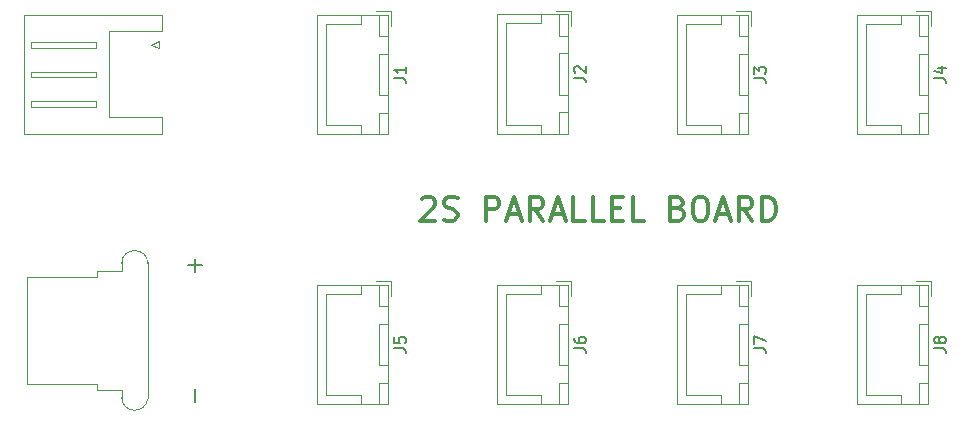
<source format=gbr>
%TF.GenerationSoftware,KiCad,Pcbnew,(5.1.9)-1*%
%TF.CreationDate,2021-07-19T11:38:20+01:00*%
%TF.ProjectId,2S-parallel-board,32532d70-6172-4616-9c6c-656c2d626f61,rev?*%
%TF.SameCoordinates,Original*%
%TF.FileFunction,Legend,Top*%
%TF.FilePolarity,Positive*%
%FSLAX46Y46*%
G04 Gerber Fmt 4.6, Leading zero omitted, Abs format (unit mm)*
G04 Created by KiCad (PCBNEW (5.1.9)-1) date 2021-07-19 11:38:20*
%MOMM*%
%LPD*%
G01*
G04 APERTURE LIST*
%ADD10C,0.300000*%
%ADD11C,0.120000*%
%ADD12C,0.150000*%
G04 APERTURE END LIST*
D10*
X110730000Y-112125238D02*
X110825238Y-112030000D01*
X111015714Y-111934761D01*
X111491904Y-111934761D01*
X111682380Y-112030000D01*
X111777619Y-112125238D01*
X111872857Y-112315714D01*
X111872857Y-112506190D01*
X111777619Y-112791904D01*
X110634761Y-113934761D01*
X111872857Y-113934761D01*
X112634761Y-113839523D02*
X112920476Y-113934761D01*
X113396666Y-113934761D01*
X113587142Y-113839523D01*
X113682380Y-113744285D01*
X113777619Y-113553809D01*
X113777619Y-113363333D01*
X113682380Y-113172857D01*
X113587142Y-113077619D01*
X113396666Y-112982380D01*
X113015714Y-112887142D01*
X112825238Y-112791904D01*
X112730000Y-112696666D01*
X112634761Y-112506190D01*
X112634761Y-112315714D01*
X112730000Y-112125238D01*
X112825238Y-112030000D01*
X113015714Y-111934761D01*
X113491904Y-111934761D01*
X113777619Y-112030000D01*
X116158571Y-113934761D02*
X116158571Y-111934761D01*
X116920476Y-111934761D01*
X117110952Y-112030000D01*
X117206190Y-112125238D01*
X117301428Y-112315714D01*
X117301428Y-112601428D01*
X117206190Y-112791904D01*
X117110952Y-112887142D01*
X116920476Y-112982380D01*
X116158571Y-112982380D01*
X118063333Y-113363333D02*
X119015714Y-113363333D01*
X117872857Y-113934761D02*
X118539523Y-111934761D01*
X119206190Y-113934761D01*
X121015714Y-113934761D02*
X120349047Y-112982380D01*
X119872857Y-113934761D02*
X119872857Y-111934761D01*
X120634761Y-111934761D01*
X120825238Y-112030000D01*
X120920476Y-112125238D01*
X121015714Y-112315714D01*
X121015714Y-112601428D01*
X120920476Y-112791904D01*
X120825238Y-112887142D01*
X120634761Y-112982380D01*
X119872857Y-112982380D01*
X121777619Y-113363333D02*
X122730000Y-113363333D01*
X121587142Y-113934761D02*
X122253809Y-111934761D01*
X122920476Y-113934761D01*
X124539523Y-113934761D02*
X123587142Y-113934761D01*
X123587142Y-111934761D01*
X126158571Y-113934761D02*
X125206190Y-113934761D01*
X125206190Y-111934761D01*
X126825238Y-112887142D02*
X127491904Y-112887142D01*
X127777619Y-113934761D02*
X126825238Y-113934761D01*
X126825238Y-111934761D01*
X127777619Y-111934761D01*
X129587142Y-113934761D02*
X128634761Y-113934761D01*
X128634761Y-111934761D01*
X132444285Y-112887142D02*
X132730000Y-112982380D01*
X132825238Y-113077619D01*
X132920476Y-113268095D01*
X132920476Y-113553809D01*
X132825238Y-113744285D01*
X132730000Y-113839523D01*
X132539523Y-113934761D01*
X131777619Y-113934761D01*
X131777619Y-111934761D01*
X132444285Y-111934761D01*
X132634761Y-112030000D01*
X132730000Y-112125238D01*
X132825238Y-112315714D01*
X132825238Y-112506190D01*
X132730000Y-112696666D01*
X132634761Y-112791904D01*
X132444285Y-112887142D01*
X131777619Y-112887142D01*
X134158571Y-111934761D02*
X134539523Y-111934761D01*
X134730000Y-112030000D01*
X134920476Y-112220476D01*
X135015714Y-112601428D01*
X135015714Y-113268095D01*
X134920476Y-113649047D01*
X134730000Y-113839523D01*
X134539523Y-113934761D01*
X134158571Y-113934761D01*
X133968095Y-113839523D01*
X133777619Y-113649047D01*
X133682380Y-113268095D01*
X133682380Y-112601428D01*
X133777619Y-112220476D01*
X133968095Y-112030000D01*
X134158571Y-111934761D01*
X135777619Y-113363333D02*
X136730000Y-113363333D01*
X135587142Y-113934761D02*
X136253809Y-111934761D01*
X136920476Y-113934761D01*
X138730000Y-113934761D02*
X138063333Y-112982380D01*
X137587142Y-113934761D02*
X137587142Y-111934761D01*
X138349047Y-111934761D01*
X138539523Y-112030000D01*
X138634761Y-112125238D01*
X138730000Y-112315714D01*
X138730000Y-112601428D01*
X138634761Y-112791904D01*
X138539523Y-112887142D01*
X138349047Y-112982380D01*
X137587142Y-112982380D01*
X139587142Y-113934761D02*
X139587142Y-111934761D01*
X140063333Y-111934761D01*
X140349047Y-112030000D01*
X140539523Y-112220476D01*
X140634761Y-112410952D01*
X140730000Y-112791904D01*
X140730000Y-113077619D01*
X140634761Y-113458571D01*
X140539523Y-113649047D01*
X140349047Y-113839523D01*
X140063333Y-113934761D01*
X139587142Y-113934761D01*
D11*
%TO.C,J9*%
X85330000Y-117580000D02*
G75*
G02*
X87550000Y-117580000I1110000J0D01*
G01*
X87536635Y-129051729D02*
G75*
G02*
X85330000Y-128880000I-1096635J171729D01*
G01*
X83280000Y-128290000D02*
X83280000Y-127760000D01*
X87550000Y-128990000D02*
X87550000Y-117470000D01*
X83280000Y-128290000D02*
X85330000Y-128290000D01*
X85330000Y-128990000D02*
X85330000Y-128290000D01*
X85330000Y-118170000D02*
X85330000Y-117470000D01*
X83280000Y-118170000D02*
X85330000Y-118170000D01*
X83280000Y-118700000D02*
X83280000Y-118170000D01*
X77280000Y-118700000D02*
X83280000Y-118700000D01*
X77280000Y-127760000D02*
X77280000Y-118730000D01*
X77280000Y-127760000D02*
X83280000Y-127760000D01*
%TO.C,J10*%
X88460000Y-99360000D02*
X87860000Y-99060000D01*
X88460000Y-98760000D02*
X88460000Y-99360000D01*
X87860000Y-99060000D02*
X88460000Y-98760000D01*
X83160000Y-104310000D02*
X83160000Y-103810000D01*
X77660000Y-104310000D02*
X83160000Y-104310000D01*
X77660000Y-103810000D02*
X77660000Y-104310000D01*
X83160000Y-103810000D02*
X77660000Y-103810000D01*
X83160000Y-101810000D02*
X83160000Y-101310000D01*
X77660000Y-101810000D02*
X83160000Y-101810000D01*
X77660000Y-101310000D02*
X77660000Y-101810000D01*
X83160000Y-101310000D02*
X77660000Y-101310000D01*
X83160000Y-99310000D02*
X83160000Y-98810000D01*
X77660000Y-99310000D02*
X83160000Y-99310000D01*
X77660000Y-98810000D02*
X77660000Y-99310000D01*
X83160000Y-98810000D02*
X77660000Y-98810000D01*
X84270000Y-105200000D02*
X84270000Y-101560000D01*
X88770000Y-105200000D02*
X84270000Y-105200000D01*
X88770000Y-106620000D02*
X88770000Y-105200000D01*
X77050000Y-106620000D02*
X88770000Y-106620000D01*
X77050000Y-101560000D02*
X77050000Y-106620000D01*
X84270000Y-97920000D02*
X84270000Y-101560000D01*
X88770000Y-97920000D02*
X84270000Y-97920000D01*
X88770000Y-96500000D02*
X88770000Y-97920000D01*
X77050000Y-96500000D02*
X88770000Y-96500000D01*
X77050000Y-101560000D02*
X77050000Y-96500000D01*
%TO.C,J8*%
X153880000Y-119070000D02*
X152630000Y-119070000D01*
X153880000Y-120320000D02*
X153880000Y-119070000D01*
X148380000Y-128720000D02*
X148380000Y-124420000D01*
X151330000Y-128720000D02*
X148380000Y-128720000D01*
X151330000Y-129470000D02*
X151330000Y-128720000D01*
X148380000Y-120120000D02*
X148380000Y-124420000D01*
X151330000Y-120120000D02*
X148380000Y-120120000D01*
X151330000Y-119370000D02*
X151330000Y-120120000D01*
X153580000Y-129470000D02*
X153580000Y-127670000D01*
X152830000Y-129470000D02*
X153580000Y-129470000D01*
X152830000Y-127670000D02*
X152830000Y-129470000D01*
X153580000Y-127670000D02*
X152830000Y-127670000D01*
X153580000Y-121170000D02*
X153580000Y-119370000D01*
X152830000Y-121170000D02*
X153580000Y-121170000D01*
X152830000Y-119370000D02*
X152830000Y-121170000D01*
X153580000Y-119370000D02*
X152830000Y-119370000D01*
X153580000Y-126170000D02*
X153580000Y-122670000D01*
X152830000Y-126170000D02*
X153580000Y-126170000D01*
X152830000Y-122670000D02*
X152830000Y-126170000D01*
X153580000Y-122670000D02*
X152830000Y-122670000D01*
X153590000Y-129480000D02*
X153590000Y-119360000D01*
X147620000Y-129480000D02*
X153590000Y-129480000D01*
X147620000Y-119360000D02*
X147620000Y-129480000D01*
X153590000Y-119360000D02*
X147620000Y-119360000D01*
%TO.C,J7*%
X138640000Y-119070000D02*
X137390000Y-119070000D01*
X138640000Y-120320000D02*
X138640000Y-119070000D01*
X133140000Y-128720000D02*
X133140000Y-124420000D01*
X136090000Y-128720000D02*
X133140000Y-128720000D01*
X136090000Y-129470000D02*
X136090000Y-128720000D01*
X133140000Y-120120000D02*
X133140000Y-124420000D01*
X136090000Y-120120000D02*
X133140000Y-120120000D01*
X136090000Y-119370000D02*
X136090000Y-120120000D01*
X138340000Y-129470000D02*
X138340000Y-127670000D01*
X137590000Y-129470000D02*
X138340000Y-129470000D01*
X137590000Y-127670000D02*
X137590000Y-129470000D01*
X138340000Y-127670000D02*
X137590000Y-127670000D01*
X138340000Y-121170000D02*
X138340000Y-119370000D01*
X137590000Y-121170000D02*
X138340000Y-121170000D01*
X137590000Y-119370000D02*
X137590000Y-121170000D01*
X138340000Y-119370000D02*
X137590000Y-119370000D01*
X138340000Y-126170000D02*
X138340000Y-122670000D01*
X137590000Y-126170000D02*
X138340000Y-126170000D01*
X137590000Y-122670000D02*
X137590000Y-126170000D01*
X138340000Y-122670000D02*
X137590000Y-122670000D01*
X138350000Y-129480000D02*
X138350000Y-119360000D01*
X132380000Y-129480000D02*
X138350000Y-129480000D01*
X132380000Y-119360000D02*
X132380000Y-129480000D01*
X138350000Y-119360000D02*
X132380000Y-119360000D01*
%TO.C,J6*%
X123400000Y-119070000D02*
X122150000Y-119070000D01*
X123400000Y-120320000D02*
X123400000Y-119070000D01*
X117900000Y-128720000D02*
X117900000Y-124420000D01*
X120850000Y-128720000D02*
X117900000Y-128720000D01*
X120850000Y-129470000D02*
X120850000Y-128720000D01*
X117900000Y-120120000D02*
X117900000Y-124420000D01*
X120850000Y-120120000D02*
X117900000Y-120120000D01*
X120850000Y-119370000D02*
X120850000Y-120120000D01*
X123100000Y-129470000D02*
X123100000Y-127670000D01*
X122350000Y-129470000D02*
X123100000Y-129470000D01*
X122350000Y-127670000D02*
X122350000Y-129470000D01*
X123100000Y-127670000D02*
X122350000Y-127670000D01*
X123100000Y-121170000D02*
X123100000Y-119370000D01*
X122350000Y-121170000D02*
X123100000Y-121170000D01*
X122350000Y-119370000D02*
X122350000Y-121170000D01*
X123100000Y-119370000D02*
X122350000Y-119370000D01*
X123100000Y-126170000D02*
X123100000Y-122670000D01*
X122350000Y-126170000D02*
X123100000Y-126170000D01*
X122350000Y-122670000D02*
X122350000Y-126170000D01*
X123100000Y-122670000D02*
X122350000Y-122670000D01*
X123110000Y-129480000D02*
X123110000Y-119360000D01*
X117140000Y-129480000D02*
X123110000Y-129480000D01*
X117140000Y-119360000D02*
X117140000Y-129480000D01*
X123110000Y-119360000D02*
X117140000Y-119360000D01*
%TO.C,J5*%
X108160000Y-119070000D02*
X106910000Y-119070000D01*
X108160000Y-120320000D02*
X108160000Y-119070000D01*
X102660000Y-128720000D02*
X102660000Y-124420000D01*
X105610000Y-128720000D02*
X102660000Y-128720000D01*
X105610000Y-129470000D02*
X105610000Y-128720000D01*
X102660000Y-120120000D02*
X102660000Y-124420000D01*
X105610000Y-120120000D02*
X102660000Y-120120000D01*
X105610000Y-119370000D02*
X105610000Y-120120000D01*
X107860000Y-129470000D02*
X107860000Y-127670000D01*
X107110000Y-129470000D02*
X107860000Y-129470000D01*
X107110000Y-127670000D02*
X107110000Y-129470000D01*
X107860000Y-127670000D02*
X107110000Y-127670000D01*
X107860000Y-121170000D02*
X107860000Y-119370000D01*
X107110000Y-121170000D02*
X107860000Y-121170000D01*
X107110000Y-119370000D02*
X107110000Y-121170000D01*
X107860000Y-119370000D02*
X107110000Y-119370000D01*
X107860000Y-126170000D02*
X107860000Y-122670000D01*
X107110000Y-126170000D02*
X107860000Y-126170000D01*
X107110000Y-122670000D02*
X107110000Y-126170000D01*
X107860000Y-122670000D02*
X107110000Y-122670000D01*
X107870000Y-129480000D02*
X107870000Y-119360000D01*
X101900000Y-129480000D02*
X107870000Y-129480000D01*
X101900000Y-119360000D02*
X101900000Y-129480000D01*
X107870000Y-119360000D02*
X101900000Y-119360000D01*
%TO.C,J4*%
X153880000Y-96210000D02*
X152630000Y-96210000D01*
X153880000Y-97460000D02*
X153880000Y-96210000D01*
X148380000Y-105860000D02*
X148380000Y-101560000D01*
X151330000Y-105860000D02*
X148380000Y-105860000D01*
X151330000Y-106610000D02*
X151330000Y-105860000D01*
X148380000Y-97260000D02*
X148380000Y-101560000D01*
X151330000Y-97260000D02*
X148380000Y-97260000D01*
X151330000Y-96510000D02*
X151330000Y-97260000D01*
X153580000Y-106610000D02*
X153580000Y-104810000D01*
X152830000Y-106610000D02*
X153580000Y-106610000D01*
X152830000Y-104810000D02*
X152830000Y-106610000D01*
X153580000Y-104810000D02*
X152830000Y-104810000D01*
X153580000Y-98310000D02*
X153580000Y-96510000D01*
X152830000Y-98310000D02*
X153580000Y-98310000D01*
X152830000Y-96510000D02*
X152830000Y-98310000D01*
X153580000Y-96510000D02*
X152830000Y-96510000D01*
X153580000Y-103310000D02*
X153580000Y-99810000D01*
X152830000Y-103310000D02*
X153580000Y-103310000D01*
X152830000Y-99810000D02*
X152830000Y-103310000D01*
X153580000Y-99810000D02*
X152830000Y-99810000D01*
X153590000Y-106620000D02*
X153590000Y-96500000D01*
X147620000Y-106620000D02*
X153590000Y-106620000D01*
X147620000Y-96500000D02*
X147620000Y-106620000D01*
X153590000Y-96500000D02*
X147620000Y-96500000D01*
%TO.C,J3*%
X138640000Y-96210000D02*
X137390000Y-96210000D01*
X138640000Y-97460000D02*
X138640000Y-96210000D01*
X133140000Y-105860000D02*
X133140000Y-101560000D01*
X136090000Y-105860000D02*
X133140000Y-105860000D01*
X136090000Y-106610000D02*
X136090000Y-105860000D01*
X133140000Y-97260000D02*
X133140000Y-101560000D01*
X136090000Y-97260000D02*
X133140000Y-97260000D01*
X136090000Y-96510000D02*
X136090000Y-97260000D01*
X138340000Y-106610000D02*
X138340000Y-104810000D01*
X137590000Y-106610000D02*
X138340000Y-106610000D01*
X137590000Y-104810000D02*
X137590000Y-106610000D01*
X138340000Y-104810000D02*
X137590000Y-104810000D01*
X138340000Y-98310000D02*
X138340000Y-96510000D01*
X137590000Y-98310000D02*
X138340000Y-98310000D01*
X137590000Y-96510000D02*
X137590000Y-98310000D01*
X138340000Y-96510000D02*
X137590000Y-96510000D01*
X138340000Y-103310000D02*
X138340000Y-99810000D01*
X137590000Y-103310000D02*
X138340000Y-103310000D01*
X137590000Y-99810000D02*
X137590000Y-103310000D01*
X138340000Y-99810000D02*
X137590000Y-99810000D01*
X138350000Y-106620000D02*
X138350000Y-96500000D01*
X132380000Y-106620000D02*
X138350000Y-106620000D01*
X132380000Y-96500000D02*
X132380000Y-106620000D01*
X138350000Y-96500000D02*
X132380000Y-96500000D01*
%TO.C,J2*%
X123400000Y-96170000D02*
X122150000Y-96170000D01*
X123400000Y-97420000D02*
X123400000Y-96170000D01*
X117900000Y-105820000D02*
X117900000Y-101520000D01*
X120850000Y-105820000D02*
X117900000Y-105820000D01*
X120850000Y-106570000D02*
X120850000Y-105820000D01*
X117900000Y-97220000D02*
X117900000Y-101520000D01*
X120850000Y-97220000D02*
X117900000Y-97220000D01*
X120850000Y-96470000D02*
X120850000Y-97220000D01*
X123100000Y-106570000D02*
X123100000Y-104770000D01*
X122350000Y-106570000D02*
X123100000Y-106570000D01*
X122350000Y-104770000D02*
X122350000Y-106570000D01*
X123100000Y-104770000D02*
X122350000Y-104770000D01*
X123100000Y-98270000D02*
X123100000Y-96470000D01*
X122350000Y-98270000D02*
X123100000Y-98270000D01*
X122350000Y-96470000D02*
X122350000Y-98270000D01*
X123100000Y-96470000D02*
X122350000Y-96470000D01*
X123100000Y-103270000D02*
X123100000Y-99770000D01*
X122350000Y-103270000D02*
X123100000Y-103270000D01*
X122350000Y-99770000D02*
X122350000Y-103270000D01*
X123100000Y-99770000D02*
X122350000Y-99770000D01*
X123110000Y-106580000D02*
X123110000Y-96460000D01*
X117140000Y-106580000D02*
X123110000Y-106580000D01*
X117140000Y-96460000D02*
X117140000Y-106580000D01*
X123110000Y-96460000D02*
X117140000Y-96460000D01*
%TO.C,J1*%
X108160000Y-96210000D02*
X106910000Y-96210000D01*
X108160000Y-97460000D02*
X108160000Y-96210000D01*
X102660000Y-105860000D02*
X102660000Y-101560000D01*
X105610000Y-105860000D02*
X102660000Y-105860000D01*
X105610000Y-106610000D02*
X105610000Y-105860000D01*
X102660000Y-97260000D02*
X102660000Y-101560000D01*
X105610000Y-97260000D02*
X102660000Y-97260000D01*
X105610000Y-96510000D02*
X105610000Y-97260000D01*
X107860000Y-106610000D02*
X107860000Y-104810000D01*
X107110000Y-106610000D02*
X107860000Y-106610000D01*
X107110000Y-104810000D02*
X107110000Y-106610000D01*
X107860000Y-104810000D02*
X107110000Y-104810000D01*
X107860000Y-98310000D02*
X107860000Y-96510000D01*
X107110000Y-98310000D02*
X107860000Y-98310000D01*
X107110000Y-96510000D02*
X107110000Y-98310000D01*
X107860000Y-96510000D02*
X107110000Y-96510000D01*
X107860000Y-103310000D02*
X107860000Y-99810000D01*
X107110000Y-103310000D02*
X107860000Y-103310000D01*
X107110000Y-99810000D02*
X107110000Y-103310000D01*
X107860000Y-99810000D02*
X107110000Y-99810000D01*
X107870000Y-106620000D02*
X107870000Y-96500000D01*
X101900000Y-106620000D02*
X107870000Y-106620000D01*
X101900000Y-96500000D02*
X101900000Y-106620000D01*
X107870000Y-96500000D02*
X101900000Y-96500000D01*
%TO.C,J9*%
D12*
X91547142Y-129301428D02*
X91547142Y-128158571D01*
X91547142Y-118301428D02*
X91547142Y-117158571D01*
X92118571Y-117730000D02*
X90975714Y-117730000D01*
%TO.C,J8*%
X154132380Y-124753333D02*
X154846666Y-124753333D01*
X154989523Y-124800952D01*
X155084761Y-124896190D01*
X155132380Y-125039047D01*
X155132380Y-125134285D01*
X154560952Y-124134285D02*
X154513333Y-124229523D01*
X154465714Y-124277142D01*
X154370476Y-124324761D01*
X154322857Y-124324761D01*
X154227619Y-124277142D01*
X154180000Y-124229523D01*
X154132380Y-124134285D01*
X154132380Y-123943809D01*
X154180000Y-123848571D01*
X154227619Y-123800952D01*
X154322857Y-123753333D01*
X154370476Y-123753333D01*
X154465714Y-123800952D01*
X154513333Y-123848571D01*
X154560952Y-123943809D01*
X154560952Y-124134285D01*
X154608571Y-124229523D01*
X154656190Y-124277142D01*
X154751428Y-124324761D01*
X154941904Y-124324761D01*
X155037142Y-124277142D01*
X155084761Y-124229523D01*
X155132380Y-124134285D01*
X155132380Y-123943809D01*
X155084761Y-123848571D01*
X155037142Y-123800952D01*
X154941904Y-123753333D01*
X154751428Y-123753333D01*
X154656190Y-123800952D01*
X154608571Y-123848571D01*
X154560952Y-123943809D01*
%TO.C,J7*%
X138892380Y-124753333D02*
X139606666Y-124753333D01*
X139749523Y-124800952D01*
X139844761Y-124896190D01*
X139892380Y-125039047D01*
X139892380Y-125134285D01*
X138892380Y-124372380D02*
X138892380Y-123705714D01*
X139892380Y-124134285D01*
%TO.C,J6*%
X123652380Y-124753333D02*
X124366666Y-124753333D01*
X124509523Y-124800952D01*
X124604761Y-124896190D01*
X124652380Y-125039047D01*
X124652380Y-125134285D01*
X123652380Y-123848571D02*
X123652380Y-124039047D01*
X123700000Y-124134285D01*
X123747619Y-124181904D01*
X123890476Y-124277142D01*
X124080952Y-124324761D01*
X124461904Y-124324761D01*
X124557142Y-124277142D01*
X124604761Y-124229523D01*
X124652380Y-124134285D01*
X124652380Y-123943809D01*
X124604761Y-123848571D01*
X124557142Y-123800952D01*
X124461904Y-123753333D01*
X124223809Y-123753333D01*
X124128571Y-123800952D01*
X124080952Y-123848571D01*
X124033333Y-123943809D01*
X124033333Y-124134285D01*
X124080952Y-124229523D01*
X124128571Y-124277142D01*
X124223809Y-124324761D01*
%TO.C,J5*%
X108412380Y-124753333D02*
X109126666Y-124753333D01*
X109269523Y-124800952D01*
X109364761Y-124896190D01*
X109412380Y-125039047D01*
X109412380Y-125134285D01*
X108412380Y-123800952D02*
X108412380Y-124277142D01*
X108888571Y-124324761D01*
X108840952Y-124277142D01*
X108793333Y-124181904D01*
X108793333Y-123943809D01*
X108840952Y-123848571D01*
X108888571Y-123800952D01*
X108983809Y-123753333D01*
X109221904Y-123753333D01*
X109317142Y-123800952D01*
X109364761Y-123848571D01*
X109412380Y-123943809D01*
X109412380Y-124181904D01*
X109364761Y-124277142D01*
X109317142Y-124324761D01*
%TO.C,J4*%
X154132380Y-101893333D02*
X154846666Y-101893333D01*
X154989523Y-101940952D01*
X155084761Y-102036190D01*
X155132380Y-102179047D01*
X155132380Y-102274285D01*
X154465714Y-100988571D02*
X155132380Y-100988571D01*
X154084761Y-101226666D02*
X154799047Y-101464761D01*
X154799047Y-100845714D01*
%TO.C,J3*%
X138892380Y-101893333D02*
X139606666Y-101893333D01*
X139749523Y-101940952D01*
X139844761Y-102036190D01*
X139892380Y-102179047D01*
X139892380Y-102274285D01*
X138892380Y-101512380D02*
X138892380Y-100893333D01*
X139273333Y-101226666D01*
X139273333Y-101083809D01*
X139320952Y-100988571D01*
X139368571Y-100940952D01*
X139463809Y-100893333D01*
X139701904Y-100893333D01*
X139797142Y-100940952D01*
X139844761Y-100988571D01*
X139892380Y-101083809D01*
X139892380Y-101369523D01*
X139844761Y-101464761D01*
X139797142Y-101512380D01*
%TO.C,J2*%
X123652380Y-101853333D02*
X124366666Y-101853333D01*
X124509523Y-101900952D01*
X124604761Y-101996190D01*
X124652380Y-102139047D01*
X124652380Y-102234285D01*
X123747619Y-101424761D02*
X123700000Y-101377142D01*
X123652380Y-101281904D01*
X123652380Y-101043809D01*
X123700000Y-100948571D01*
X123747619Y-100900952D01*
X123842857Y-100853333D01*
X123938095Y-100853333D01*
X124080952Y-100900952D01*
X124652380Y-101472380D01*
X124652380Y-100853333D01*
%TO.C,J1*%
X108412380Y-101893333D02*
X109126666Y-101893333D01*
X109269523Y-101940952D01*
X109364761Y-102036190D01*
X109412380Y-102179047D01*
X109412380Y-102274285D01*
X109412380Y-100893333D02*
X109412380Y-101464761D01*
X109412380Y-101179047D02*
X108412380Y-101179047D01*
X108555238Y-101274285D01*
X108650476Y-101369523D01*
X108698095Y-101464761D01*
%TD*%
M02*

</source>
